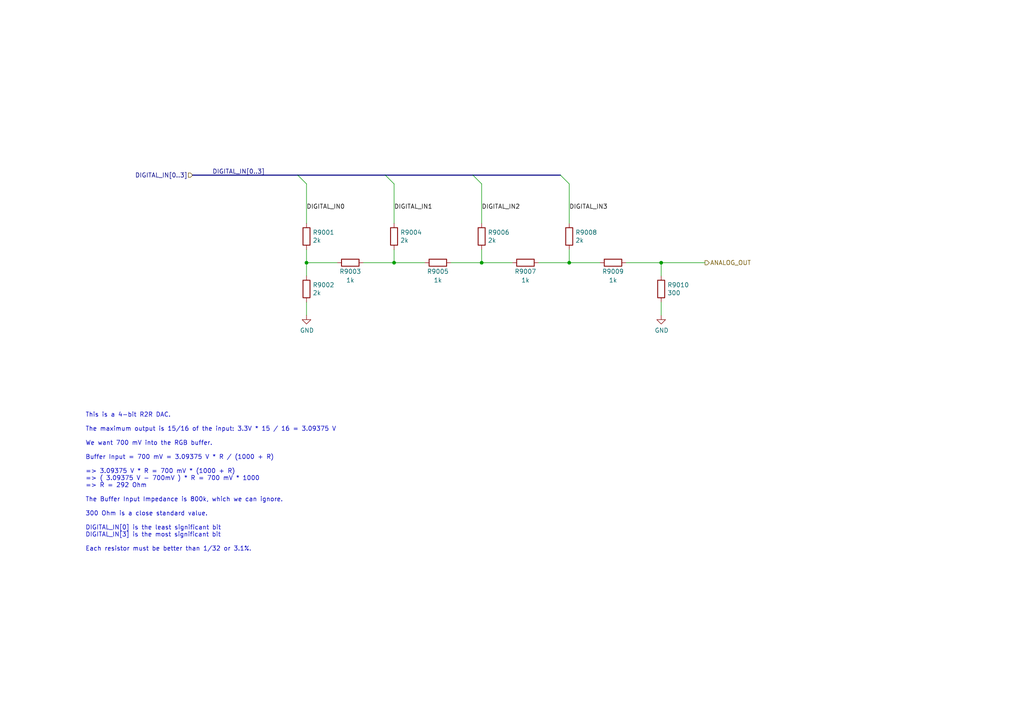
<source format=kicad_sch>
(kicad_sch (version 20211123) (generator eeschema)
  (paper "A4")
  (title_block (title "Neotron Common Hardware - 4-bit DAC") (date "${date}") (rev "${version}") (company "https://neotron-compute.github.io") (comment 1 "Licensed as CC-BY-SA") (comment 2 "Copyright (c) The Neotron Developers, 2022"))
  (lib_symbols
    (symbol "Device:R" (pin_numbers hide) (pin_names (offset 0))
      (property "Reference" "R" (at 2.032 0 90))
      (property "Value" "R" (at 0 0 90))
      (symbol "R_0_1"
        (rectangle (start -1.016 -2.54) (end 1.016 2.54) (stroke (width 0.254)))
      )
      (symbol "R_1_1"
        (pin passive line (at 0 3.81 270) (length 1.27) (name "~") (number "1"))
        (pin passive line (at 0 -3.81 90) (length 1.27) (name "~") (number "2"))
      )
    )
    (symbol "power:GND" (power) (pin_names (offset 0))
      (property "Value" "GND" (at 0 -3.81 0))
      (symbol "GND_0_1"
        (polyline (pts (xy 0 0) (xy 0 -1.27) (xy 1.27 -1.27) (xy 0 -2.54) (xy -1.27 -1.27) (xy 0 -1.27)))
      )
      (symbol "GND_1_1"
        (pin power_in line (at 0 0 270) (length 0) hide (name "GND") (number "1"))
      )
    )
  )
  (junction (at 191.77 76.2))
  (junction (at 165.1 76.2))
  (junction (at 88.9 76.2))
  (junction (at 114.3 76.2))
  (junction (at 139.7 76.2))
  (bus_entry (at 162.56 50.8) (size 2.54 2.54))
  (bus_entry (at 137.16 50.8) (size 2.54 2.54))
  (bus_entry (at 86.36 50.8) (size 2.54 2.54))
  (bus_entry (at 111.76 50.8) (size 2.54 2.54))
  (wire (pts (xy 114.3 76.2) (xy 123.19 76.2)))
  (bus (pts (xy 55.88 50.8) (xy 86.36 50.8)))
  (wire (pts (xy 105.41 76.2) (xy 114.3 76.2)))
  (wire (pts (xy 88.9 53.34) (xy 88.9 64.77)))
  (wire (pts (xy 88.9 91.44) (xy 88.9 87.63)))
  (wire (pts (xy 181.61 76.2) (xy 191.77 76.2)))
  (wire (pts (xy 130.81 76.2) (xy 139.7 76.2)))
  (wire (pts (xy 165.1 76.2) (xy 173.99 76.2)))
  (bus (pts (xy 137.16 50.8) (xy 162.56 50.8)))
  (wire (pts (xy 139.7 76.2) (xy 148.59 76.2)))
  (bus (pts (xy 111.76 50.8) (xy 137.16 50.8)))
  (bus (pts (xy 86.36 50.8) (xy 111.76 50.8)))
  (wire (pts (xy 88.9 80.01) (xy 88.9 76.2)))
  (wire (pts (xy 114.3 53.34) (xy 114.3 64.77)))
  (wire (pts (xy 191.77 76.2) (xy 204.47 76.2)))
  (wire (pts (xy 114.3 72.39) (xy 114.3 76.2)))
  (wire (pts (xy 156.21 76.2) (xy 165.1 76.2)))
  (wire (pts (xy 165.1 64.77) (xy 165.1 53.34)))
  (wire (pts (xy 139.7 64.77) (xy 139.7 53.34)))
  (wire (pts (xy 88.9 76.2) (xy 88.9 72.39)))
  (wire (pts (xy 88.9 76.2) (xy 97.79 76.2)))
  (wire (pts (xy 139.7 76.2) (xy 139.7 72.39)))
  (wire (pts (xy 191.77 76.2) (xy 191.77 80.01)))
  (wire (pts (xy 165.1 76.2) (xy 165.1 72.39)))
  (wire (pts (xy 191.77 87.63) (xy 191.77 91.44)))
  (text "This is a 4-bit R2R DAC.\n\nThe maximum output is 15/16 of the input: 3.3V * 15 / 16 = 3.09375 V\n\nWe want 700 mV into the RGB buffer.\n\nBuffer Input = 700 mV = 3.09375 V * R / (1000 + R)\n\n=> 3.09375 V * R = 700 mV * (1000 + R)\n=> ( 3.09375 V - 700mV ) * R = 700 mV * 1000\n=> R = 292 Ohm\n\nThe Buffer Input Impedance is 800k, which we can ignore.\n\n300 Ohm is a close standard value.\n\nDIGITAL_IN[0] is the least significant bit\nDIGITAL_IN[3] is the most significant bit\n\nEach resistor must be better than 1/32 or 3.1%.\n" (at 24.765 160.02 0) (effects (font (size 1.27 1.27)) (justify left bottom)))
  (label "DIGITAL_IN3" (at 165.1 60.96 0))
  (label "DIGITAL_IN0" (at 88.9 60.96 0))
  (label "DIGITAL_IN1" (at 114.3 60.96 0))
  (label "DIGITAL_IN2" (at 139.7 60.96 0))
  (label "DIGITAL_IN[0..3]" (at 61.595 50.8 0))
  (hierarchical_label "DIGITAL_IN[0..3]" (shape input) (at 55.88 50.8 180))
  (hierarchical_label "ANALOG_OUT" (shape output) (at 204.47 76.2 0))
  (symbol (lib_id "Device:R") (at 88.9 68.58 0) (unit 1)
    (property "Reference" "R9001" (at 90.678 67.4116 0) (effects (justify left)))
    (property "Value" "2k" (at 90.678 69.723 0) (effects (justify left)))
    (property "Footprint" "Resistor_SMD:R_0805_2012Metric_Pad1.20x1.40mm_HandSolder" (effects hide))
    (property "DNP" "0" (effects hide))
    (property "MPN" "0805W8F2001T5E" (effects hide))
    (property "Manufacturer" "Uniroyal" (effects hide))
    (property "LCSC Part#" "C17604" (effects hide))
    (property "Tolerance" "1%" (effects hide))
    (property "JLCPCB Collection" "Basic" (effects hide))
  )
  (symbol (lib_id "Device:R") (at 165.1 68.58 0) (unit 1)
    (property "Reference" "R9008" (at 166.878 67.4116 0) (effects (justify left)))
    (property "Value" "2k" (at 166.878 69.723 0) (effects (justify left)))
    (property "Footprint" "Resistor_SMD:R_0805_2012Metric_Pad1.20x1.40mm_HandSolder" (effects hide))
    (property "DNP" "0" (effects hide))
    (property "MPN" "0805W8F2001T5E" (effects hide))
    (property "Manufacturer" "Uniroyal" (effects hide))
    (property "LCSC Part#" "C17604" (effects hide))
    (property "Tolerance" "1%" (effects hide))
    (property "JLCPCB Collection" "Basic" (effects hide))
  )
  (symbol (lib_id "Device:R") (at 101.6 76.2 270) (unit 1)
    (property "Reference" "R9003" (at 101.6 78.74 90))
    (property "Value" "1k" (at 101.6 81.28 90))
    (property "Footprint" "Resistor_SMD:R_0805_2012Metric_Pad1.20x1.40mm_HandSolder" (effects hide))
    (property "DNP" "0" (effects hide))
    (property "MPN" "0805W8F1001T5E" (effects hide))
    (property "Manufacturer" "Uniroyal" (effects hide))
    (property "LCSC Part#" "C17513" (effects hide))
    (property "Tolerance" "1%" (effects hide))
    (property "JLCPCB Collection" "Basic" (effects hide))
  )
  (symbol (lib_id "Device:R") (at 114.3 68.58 0) (unit 1)
    (property "Reference" "R9004" (at 116.078 67.4116 0) (effects (justify left)))
    (property "Value" "2k" (at 116.078 69.723 0) (effects (justify left)))
    (property "Footprint" "Resistor_SMD:R_0805_2012Metric_Pad1.20x1.40mm_HandSolder" (effects hide))
    (property "DNP" "0" (effects hide))
    (property "MPN" "0805W8F2001T5E" (effects hide))
    (property "Manufacturer" "Uniroyal" (effects hide))
    (property "LCSC Part#" "C17604" (effects hide))
    (property "Tolerance" "1%" (effects hide))
    (property "JLCPCB Collection" "Basic" (effects hide))
  )
  (symbol (lib_id "Device:R") (at 127 76.2 270) (unit 1)
    (property "Reference" "R9005" (at 127 78.74 90))
    (property "Value" "1k" (at 127 81.28 90))
    (property "Footprint" "Resistor_SMD:R_0805_2012Metric_Pad1.20x1.40mm_HandSolder" (effects hide))
    (property "DNP" "0" (effects hide))
    (property "MPN" "0805W8F1001T5E" (effects hide))
    (property "Manufacturer" "Uniroyal" (effects hide))
    (property "LCSC Part#" "C17513" (effects hide))
    (property "Tolerance" "1%" (effects hide))
    (property "JLCPCB Collection" "Basic" (effects hide))
  )
  (symbol (lib_id "Device:R") (at 152.4 76.2 270) (unit 1)
    (property "Reference" "R9007" (at 152.4 78.74 90))
    (property "Value" "1k" (at 152.4 81.28 90))
    (property "Footprint" "Resistor_SMD:R_0805_2012Metric_Pad1.20x1.40mm_HandSolder" (effects hide))
    (property "DNP" "0" (effects hide))
    (property "MPN" "0805W8F1001T5E" (effects hide))
    (property "Manufacturer" "Uniroyal" (effects hide))
    (property "LCSC Part#" "C17513" (effects hide))
    (property "Tolerance" "1%" (effects hide))
    (property "JLCPCB Collection" "Basic" (effects hide))
  )
  (symbol (lib_id "Device:R") (at 177.8 76.2 270) (unit 1)
    (property "Reference" "R9009" (at 177.8 78.74 90))
    (property "Value" "1k" (at 177.8 81.28 90))
    (property "Footprint" "Resistor_SMD:R_0805_2012Metric_Pad1.20x1.40mm_HandSolder" (effects hide))
    (property "DNP" "0" (effects hide))
    (property "MPN" "0805W8F1001T5E" (effects hide))
    (property "Manufacturer" "Uniroyal" (effects hide))
    (property "LCSC Part#" "C17513" (effects hide))
    (property "Tolerance" "1%" (effects hide))
    (property "JLCPCB Collection" "Basic" (effects hide))
  )
  (symbol (lib_id "Device:R") (at 191.77 83.82 0) (unit 1)
    (property "Reference" "R9010" (at 193.548 82.6516 0) (effects (justify left)))
    (property "Value" "300" (at 193.548 84.963 0) (effects (justify left)))
    (property "Footprint" "Resistor_SMD:R_0805_2012Metric_Pad1.20x1.40mm_HandSolder" (effects hide))
    (property "DNP" "0" (effects hide))
    (property "MPN" "0805W8F3000T5E" (effects hide))
    (property "Manufacturer" "Uniroyal" (effects hide))
    (property "LCSC Part#" "C17617" (effects hide))
    (property "Tolerance" "1%" (effects hide))
    (property "JLCPCB Collection" "Basic" (effects hide))
  )
  (symbol (lib_id "power:GND") (at 88.9 91.44 0) (unit 1)
    (property "Reference" "#PWR09001" (effects hide))
    (property "Value" "GND" (at 89.027 95.8342 0))
  )
  (symbol (lib_id "power:GND") (at 191.77 91.44 0) (unit 1)
    (property "Reference" "#PWR09002" (effects hide))
    (property "Value" "GND" (at 191.897 95.8342 0))
  )
  (symbol (lib_id "Device:R") (at 88.9 83.82 0) (unit 1)
    (property "Reference" "R9002" (at 90.678 82.6516 0) (effects (justify left)))
    (property "Value" "2k" (at 90.678 84.963 0) (effects (justify left)))
    (property "Footprint" "Resistor_SMD:R_0805_2012Metric_Pad1.20x1.40mm_HandSolder" (effects hide))
    (property "DNP" "0" (effects hide))
    (property "MPN" "0805W8F2001T5E" (effects hide))
    (property "Manufacturer" "Uniroyal" (effects hide))
    (property "LCSC Part#" "C17604" (effects hide))
    (property "Tolerance" "1%" (effects hide))
    (property "JLCPCB Collection" "Basic" (effects hide))
  )
  (symbol (lib_id "Device:R") (at 139.7 68.58 0) (unit 1)
    (property "Reference" "R9006" (at 141.478 67.4116 0) (effects (justify left)))
    (property "Value" "2k" (at 141.478 69.723 0) (effects (justify left)))
    (property "Footprint" "Resistor_SMD:R_0805_2012Metric_Pad1.20x1.40mm_HandSolder" (effects hide))
    (property "DNP" "0" (effects hide))
    (property "MPN" "0805W8F2001T5E" (effects hide))
    (property "Manufacturer" "Uniroyal" (effects hide))
    (property "LCSC Part#" "C17604" (effects hide))
    (property "Tolerance" "1%" (effects hide))
    (property "JLCPCB Collection" "Basic" (effects hide))
  )
)
</source>
